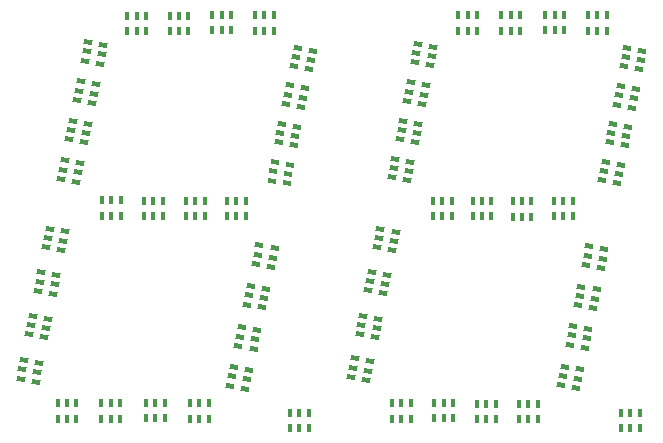
<source format=gbr>
%TF.GenerationSoftware,KiCad,Pcbnew,(6.0.7)*%
%TF.CreationDate,2024-10-25T16:04:41-07:00*%
%TF.ProjectId,segment_blinky,7365676d-656e-4745-9f62-6c696e6b792e,rev?*%
%TF.SameCoordinates,Original*%
%TF.FileFunction,Paste,Top*%
%TF.FilePolarity,Positive*%
%FSLAX46Y46*%
G04 Gerber Fmt 4.6, Leading zero omitted, Abs format (unit mm)*
G04 Created by KiCad (PCBNEW (6.0.7)) date 2024-10-25 16:04:41*
%MOMM*%
%LPD*%
G01*
G04 APERTURE LIST*
G04 Aperture macros list*
%AMRotRect*
0 Rectangle, with rotation*
0 The origin of the aperture is its center*
0 $1 length*
0 $2 width*
0 $3 Rotation angle, in degrees counterclockwise*
0 Add horizontal line*
21,1,$1,$2,0,0,$3*%
G04 Aperture macros list end*
%ADD10RotRect,0.700000X0.400000X169.000000*%
%ADD11RotRect,0.700000X0.400000X349.000000*%
%ADD12R,0.400000X0.700000*%
%ADD13RotRect,0.700000X0.400000X170.000000*%
G04 APERTURE END LIST*
D10*
%TO.C,D7*%
X125834227Y-57711135D03*
X124558112Y-57463083D03*
X125681580Y-58496437D03*
X124405464Y-58248385D03*
X124252817Y-59033687D03*
X125528932Y-59281739D03*
%TD*%
%TO.C,D6*%
X126503754Y-54533751D03*
X125227639Y-54285699D03*
X126351107Y-55319053D03*
X125074991Y-55071001D03*
X124922344Y-55856303D03*
X126198459Y-56104355D03*
%TD*%
%TO.C,D42*%
X149859470Y-78098085D03*
X148583355Y-77850033D03*
X149706823Y-78883387D03*
X148430707Y-78635335D03*
X148278060Y-79420637D03*
X149554175Y-79668689D03*
%TD*%
%TO.C,D36*%
X154422823Y-54541747D03*
X153146708Y-54293695D03*
X154270176Y-55327049D03*
X152994060Y-55078997D03*
X152841413Y-55864299D03*
X154117528Y-56112351D03*
%TD*%
D11*
%TO.C,D24*%
X105872595Y-62019100D03*
X107148710Y-62267152D03*
X106025242Y-61233798D03*
X107301358Y-61481850D03*
X107454005Y-60696548D03*
X106177890Y-60448496D03*
%TD*%
D10*
%TO.C,D14*%
X121110429Y-81569405D03*
X119834314Y-81321353D03*
X120957782Y-82354707D03*
X119681666Y-82106655D03*
X119529019Y-82891957D03*
X120805134Y-83140009D03*
%TD*%
D11*
%TO.C,D26*%
X107209392Y-55368078D03*
X108485507Y-55616130D03*
X107362039Y-54582776D03*
X108638155Y-54830828D03*
X108790802Y-54045526D03*
X107514687Y-53797474D03*
%TD*%
%TO.C,D50*%
X131212268Y-74811483D03*
X132488383Y-75059535D03*
X131364915Y-74026181D03*
X132641031Y-74274233D03*
X132793678Y-73488931D03*
X131517563Y-73240879D03*
%TD*%
D10*
%TO.C,D8*%
X125205709Y-60962285D03*
X123929594Y-60714233D03*
X125053062Y-61747587D03*
X123776946Y-61499535D03*
X123624299Y-62284837D03*
X124900414Y-62532889D03*
%TD*%
D12*
%TO.C,D15*%
X117710309Y-85680674D03*
X117710309Y-84380674D03*
X116910309Y-85680674D03*
X116910309Y-84380674D03*
X116110309Y-84380674D03*
X116110309Y-85680674D03*
%TD*%
%TO.C,D59*%
X146919367Y-67262015D03*
X146919367Y-68562015D03*
X147719367Y-67262015D03*
X147719367Y-68562015D03*
X148519367Y-68562015D03*
X148519367Y-67262015D03*
%TD*%
D11*
%TO.C,D22*%
X103938504Y-71160118D03*
X105214619Y-71408170D03*
X104091151Y-70374816D03*
X105367267Y-70622868D03*
X105519914Y-69837566D03*
X104243799Y-69589514D03*
%TD*%
%TO.C,D55*%
X135139587Y-55525276D03*
X136415702Y-55773328D03*
X135292234Y-54739974D03*
X136568350Y-54988026D03*
X136720997Y-54202724D03*
X135444882Y-53954672D03*
%TD*%
D10*
%TO.C,D39*%
X152620027Y-64172319D03*
X151343912Y-63924267D03*
X152467380Y-64957621D03*
X151191264Y-64709569D03*
X151038617Y-65494871D03*
X152314732Y-65742923D03*
%TD*%
D12*
%TO.C,D44*%
X145556581Y-85715510D03*
X145556581Y-84415510D03*
X144756581Y-85715510D03*
X144756581Y-84415510D03*
X143956581Y-84415510D03*
X143956581Y-85715510D03*
%TD*%
D11*
%TO.C,D48*%
X129768853Y-82162483D03*
X131044968Y-82410535D03*
X129921500Y-81377181D03*
X131197616Y-81625233D03*
X131350263Y-80839931D03*
X130074148Y-80591879D03*
%TD*%
D13*
%TO.C,D9*%
X124591456Y-64172052D03*
X123311206Y-63946309D03*
X124452537Y-64959898D03*
X123172287Y-64734156D03*
X123033368Y-65522002D03*
X124313618Y-65747745D03*
%TD*%
D12*
%TO.C,D46*%
X138384507Y-85661787D03*
X138384507Y-84361787D03*
X137584507Y-85661787D03*
X137584507Y-84361787D03*
X136784507Y-84361787D03*
X136784507Y-85661787D03*
%TD*%
D10*
%TO.C,D11*%
X123275957Y-71265924D03*
X121999842Y-71017872D03*
X123123310Y-72051226D03*
X121847194Y-71803174D03*
X121694547Y-72588476D03*
X122970662Y-72836528D03*
%TD*%
D12*
%TO.C,D4*%
X118012765Y-51514015D03*
X118012765Y-52814015D03*
X118812765Y-51514015D03*
X118812765Y-52814015D03*
X119612765Y-52814015D03*
X119612765Y-51514015D03*
%TD*%
D11*
%TO.C,D49*%
X130487002Y-78538544D03*
X131763117Y-78786596D03*
X130639649Y-77753242D03*
X131915765Y-78001294D03*
X132068412Y-77215992D03*
X130792297Y-76967940D03*
%TD*%
D10*
%TO.C,D38*%
X153220857Y-60977766D03*
X151944742Y-60729714D03*
X153068210Y-61763068D03*
X151792094Y-61515016D03*
X151639447Y-62300318D03*
X152915562Y-62548370D03*
%TD*%
D11*
%TO.C,D53*%
X133879727Y-62031701D03*
X135155842Y-62279753D03*
X134032374Y-61246399D03*
X135308490Y-61494451D03*
X135461137Y-60709149D03*
X134185022Y-60461097D03*
%TD*%
%TO.C,D54*%
X134514268Y-58784994D03*
X135790383Y-59033046D03*
X134666915Y-57999692D03*
X135943031Y-58247744D03*
X136095678Y-57462442D03*
X134819563Y-57214390D03*
%TD*%
%TO.C,D21*%
X103235634Y-74863650D03*
X104511749Y-75111702D03*
X103388281Y-74078348D03*
X104664397Y-74326400D03*
X104817044Y-73541098D03*
X103540929Y-73293046D03*
%TD*%
D12*
%TO.C,D56*%
X136671627Y-67248585D03*
X136671627Y-68548585D03*
X137471627Y-67248585D03*
X137471627Y-68548585D03*
X138271627Y-68548585D03*
X138271627Y-67248585D03*
%TD*%
%TO.C,D17*%
X110222230Y-85682793D03*
X110222230Y-84382793D03*
X109422230Y-85682793D03*
X109422230Y-84382793D03*
X108622230Y-84382793D03*
X108622230Y-85682793D03*
%TD*%
%TO.C,D28*%
X112196099Y-67242268D03*
X112196099Y-68542268D03*
X112996099Y-67242268D03*
X112996099Y-68542268D03*
X113796099Y-68542268D03*
X113796099Y-67242268D03*
%TD*%
%TO.C,D45*%
X142010836Y-85706556D03*
X142010836Y-84406556D03*
X141210836Y-85706556D03*
X141210836Y-84406556D03*
X140410836Y-84406556D03*
X140410836Y-85706556D03*
%TD*%
D10*
%TO.C,D43*%
X149133286Y-81521614D03*
X147857171Y-81273562D03*
X148980639Y-82306916D03*
X147704523Y-82058864D03*
X147551876Y-82844166D03*
X148827991Y-83092218D03*
%TD*%
D12*
%TO.C,D47*%
X133202946Y-85679695D03*
X133202946Y-84379695D03*
X134002946Y-84379695D03*
X134002946Y-85679695D03*
X134802946Y-84379695D03*
X134802946Y-85679695D03*
%TD*%
%TO.C,D27*%
X108670487Y-67208368D03*
X108670487Y-68508368D03*
X109470487Y-67208368D03*
X109470487Y-68508368D03*
X110270487Y-68508368D03*
X110270487Y-67208368D03*
%TD*%
%TO.C,D60*%
X152588832Y-85203224D03*
X152588832Y-86503224D03*
X153388832Y-85203224D03*
X153388832Y-86503224D03*
X154188832Y-86503224D03*
X154188832Y-85203224D03*
%TD*%
%TO.C,D57*%
X140042771Y-67262015D03*
X140042771Y-68562015D03*
X140842771Y-67262015D03*
X140842771Y-68562015D03*
X141642771Y-68562015D03*
X141642771Y-67262015D03*
%TD*%
%TO.C,D30*%
X119255799Y-67242268D03*
X119255799Y-68542268D03*
X120055799Y-67242268D03*
X120055799Y-68542268D03*
X120855799Y-68542268D03*
X120855799Y-67242268D03*
%TD*%
%TO.C,D31*%
X124590246Y-85199240D03*
X124590246Y-86499240D03*
X125390246Y-85199240D03*
X125390246Y-86499240D03*
X126190246Y-86499240D03*
X126190246Y-85199240D03*
%TD*%
%TO.C,D35*%
X149800953Y-51540609D03*
X149800953Y-52840609D03*
X150600953Y-51540609D03*
X150600953Y-52840609D03*
X151400953Y-52840609D03*
X151400953Y-51540609D03*
%TD*%
%TO.C,D34*%
X146183578Y-51495840D03*
X146183578Y-52795840D03*
X146983578Y-51495840D03*
X146983578Y-52795840D03*
X147783578Y-52795840D03*
X147783578Y-51495840D03*
%TD*%
%TO.C,D32*%
X138832425Y-51531656D03*
X138832425Y-52831656D03*
X139632425Y-51531656D03*
X139632425Y-52831656D03*
X140432425Y-52831656D03*
X140432425Y-51531656D03*
%TD*%
%TO.C,D58*%
X143427345Y-67288877D03*
X143427345Y-68588877D03*
X144227345Y-67288877D03*
X144227345Y-68588877D03*
X145027345Y-68588877D03*
X145027345Y-67288877D03*
%TD*%
D10*
%TO.C,D37*%
X153847630Y-57772270D03*
X152571515Y-57524218D03*
X153694983Y-58557572D03*
X152418867Y-58309520D03*
X152266220Y-59094822D03*
X153542335Y-59342874D03*
%TD*%
%TO.C,D12*%
X122558405Y-74700950D03*
X121282290Y-74452898D03*
X122405758Y-75486252D03*
X121129642Y-75238200D03*
X120976995Y-76023502D03*
X122253110Y-76271554D03*
%TD*%
D12*
%TO.C,D2*%
X110813829Y-51554308D03*
X110813829Y-52854308D03*
X111613829Y-51554308D03*
X111613829Y-52854308D03*
X112413829Y-52854308D03*
X112413829Y-51554308D03*
%TD*%
%TO.C,D33*%
X142485617Y-51549563D03*
X142485617Y-52849563D03*
X143285617Y-51549563D03*
X143285617Y-52849563D03*
X144085617Y-52849563D03*
X144085617Y-51549563D03*
%TD*%
D11*
%TO.C,D51*%
X131943848Y-71163150D03*
X133219963Y-71411202D03*
X132096495Y-70377848D03*
X133372611Y-70625900D03*
X133525258Y-69840598D03*
X132249143Y-69592546D03*
%TD*%
%TO.C,D19*%
X101774444Y-82296223D03*
X103050559Y-82544275D03*
X101927091Y-81510921D03*
X103203207Y-81758973D03*
X103355854Y-80973671D03*
X102079739Y-80725619D03*
%TD*%
D12*
%TO.C,D29*%
X115755612Y-67250743D03*
X115755612Y-68550743D03*
X116555612Y-67250743D03*
X116555612Y-68550743D03*
X117355612Y-68550743D03*
X117355612Y-67250743D03*
%TD*%
D11*
%TO.C,D52*%
X133200417Y-65250744D03*
X134476532Y-65498796D03*
X133353064Y-64465442D03*
X134629180Y-64713494D03*
X134781827Y-63928192D03*
X133505712Y-63680140D03*
%TD*%
D10*
%TO.C,D13*%
X121808365Y-78196900D03*
X120532250Y-77948848D03*
X121655718Y-78982202D03*
X120379602Y-78734150D03*
X120226955Y-79519452D03*
X121503070Y-79767504D03*
%TD*%
D12*
%TO.C,D5*%
X121598803Y-51540877D03*
X121598803Y-52840877D03*
X122398803Y-51540877D03*
X122398803Y-52840877D03*
X123198803Y-52840877D03*
X123198803Y-51540877D03*
%TD*%
D10*
%TO.C,D41*%
X150539967Y-74749326D03*
X149263852Y-74501274D03*
X150387320Y-75534628D03*
X149111204Y-75286576D03*
X148958557Y-76071878D03*
X150234672Y-76319930D03*
%TD*%
D11*
%TO.C,D23*%
X105195095Y-65379673D03*
X106471210Y-65627725D03*
X105347742Y-64594371D03*
X106623858Y-64842423D03*
X106776505Y-64057121D03*
X105500390Y-63809069D03*
%TD*%
D12*
%TO.C,D18*%
X106503811Y-85701862D03*
X106503811Y-84401862D03*
X105703811Y-85701862D03*
X105703811Y-84401862D03*
X104903811Y-84401862D03*
X104903811Y-85701862D03*
%TD*%
D11*
%TO.C,D25*%
X106550347Y-58696889D03*
X107826462Y-58944941D03*
X106702994Y-57911587D03*
X107979110Y-58159639D03*
X108131757Y-57374337D03*
X106855642Y-57126285D03*
%TD*%
D12*
%TO.C,D16*%
X113997856Y-85663724D03*
X113997856Y-84363724D03*
X113197856Y-85663724D03*
X113197856Y-84363724D03*
X112397856Y-84363724D03*
X112397856Y-85663724D03*
%TD*%
D10*
%TO.C,D40*%
X151211242Y-71341181D03*
X149935127Y-71093129D03*
X151058595Y-72126483D03*
X149782479Y-71878431D03*
X149629832Y-72663733D03*
X150905947Y-72911785D03*
%TD*%
D11*
%TO.C,D20*%
X102484340Y-78538494D03*
X103760455Y-78786546D03*
X102636987Y-77753192D03*
X103913103Y-78001244D03*
X104065750Y-77215942D03*
X102789635Y-76967890D03*
%TD*%
D12*
%TO.C,D3*%
X114386436Y-51567739D03*
X114386436Y-52867739D03*
X115186436Y-51567739D03*
X115186436Y-52867739D03*
X115986436Y-52867739D03*
X115986436Y-51567739D03*
%TD*%
M02*

</source>
